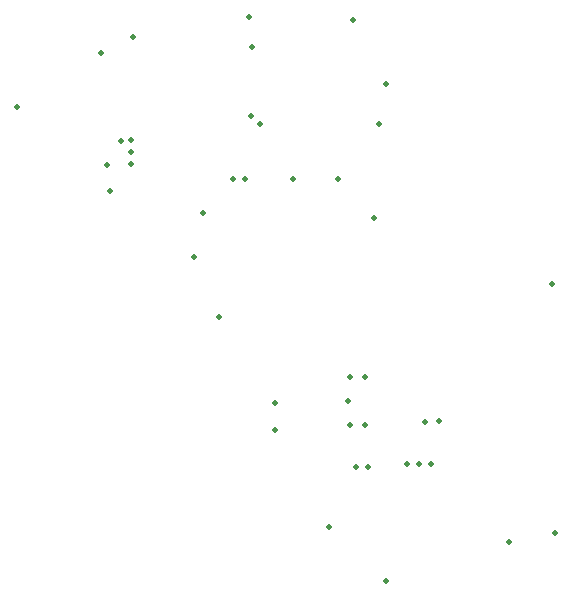
<source format=gbr>
%FSTAX23Y23*%
%MOMM*%
%SFA1B1*%

%IPPOS*%
%ADD43C,0.499999*%
%LNthrottlerlidpcb_capping-1*%
%LPD*%
G54D43*
X-42418Y35306D03*
Y33274D03*
X-20828Y-02032D03*
X-17018Y07874D03*
X-18034D03*
X-1905D03*
X-10391Y0127D03*
X-06487Y02032D03*
X-23994Y13151D03*
X-44393Y33154D03*
X-44196Y30988D03*
X-32395Y4572D03*
X-32118Y43194D03*
X-5207Y38056D03*
X-23876Y1524D03*
X-22606D03*
X-16342Y11516D03*
X-17526Y1143D03*
X-42197Y44051D03*
X-37084Y254D03*
X-22606Y11176D03*
X-25654Y0254D03*
X-20828Y39993D03*
X-21423Y36613D03*
X-06741Y23114D03*
X-34935Y2032D03*
X-23578Y45466D03*
X-21844Y28702D03*
X-36322Y29086D03*
X-32258Y37338D03*
X-33782Y32004D03*
X-42418Y3429D03*
X-43228Y35223D03*
X-32766Y32004D03*
X-28702D03*
X-24892D03*
X-3143Y36641D03*
X-22352Y0762D03*
X-30226Y10701D03*
Y12987D03*
X-23368Y0762D03*
X-23876Y11176D03*
X-44958Y42628D03*
M02*
</source>
